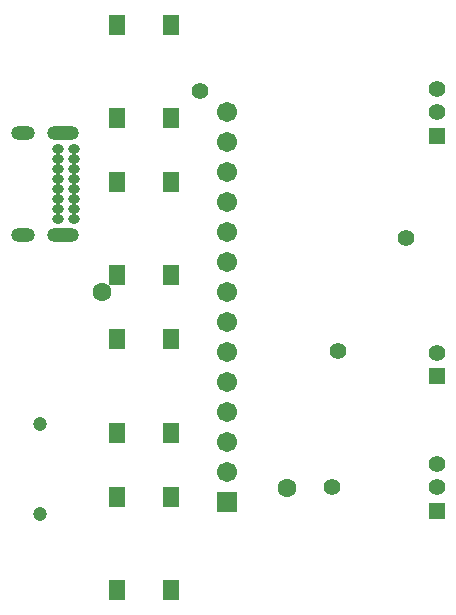
<source format=gbs>
G04*
G04 #@! TF.GenerationSoftware,Altium Limited,Altium Designer,21.6.1 (37)*
G04*
G04 Layer_Color=16711935*
%FSLAX25Y25*%
%MOIN*%
G70*
G04*
G04 #@! TF.SameCoordinates,5EA0F2DE-1706-4193-BDFD-DA62A5601E92*
G04*
G04*
G04 #@! TF.FilePolarity,Negative*
G04*
G01*
G75*
%ADD39C,0.04737*%
%ADD51C,0.05524*%
%ADD52O,0.03950X0.03241*%
%ADD53O,0.10642X0.04737*%
%ADD54O,0.07887X0.04737*%
%ADD55R,0.05524X0.05524*%
%ADD56C,0.06706*%
%ADD57R,0.06706X0.06706*%
%ADD58C,0.06312*%
%ADD71R,0.05524X0.06706*%
D39*
X-62185Y-68841D02*
D03*
X-62185Y-38841D02*
D03*
D51*
X-8900Y72200D02*
D03*
X70000Y-15126D02*
D03*
X70000Y72874D02*
D03*
X70000Y65000D02*
D03*
X70000Y-60000D02*
D03*
X70000Y-52126D02*
D03*
X35100Y-60000D02*
D03*
X37000Y-14600D02*
D03*
X59600Y23100D02*
D03*
D52*
X-50918Y52776D02*
D03*
X-50918Y49429D02*
D03*
X-50918Y46083D02*
D03*
X-50918Y42736D02*
D03*
X-50918Y39390D02*
D03*
X-50918Y36043D02*
D03*
X-50918Y32697D02*
D03*
X-50918Y29350D02*
D03*
X-56231Y29350D02*
D03*
X-56231Y32697D02*
D03*
X-56231Y36043D02*
D03*
X-56231Y39390D02*
D03*
X-56231Y42736D02*
D03*
X-56231Y46083D02*
D03*
X-56231Y49429D02*
D03*
X-56231Y52776D02*
D03*
D53*
X-54775Y58091D02*
D03*
X-54775Y24035D02*
D03*
D54*
X-68082Y24035D02*
D03*
X-68082Y58091D02*
D03*
D55*
X70000Y-23000D02*
D03*
X70000Y57126D02*
D03*
X70000Y-67874D02*
D03*
D56*
X0Y65000D02*
D03*
X0Y55000D02*
D03*
X0Y45000D02*
D03*
X0Y35000D02*
D03*
X0Y25000D02*
D03*
X0Y15000D02*
D03*
X0Y5000D02*
D03*
X0Y-5000D02*
D03*
X0Y-15000D02*
D03*
X0Y-25000D02*
D03*
X0Y-35000D02*
D03*
X0Y-45000D02*
D03*
X0Y-55000D02*
D03*
D57*
X0Y-65000D02*
D03*
D58*
X20000Y-60200D02*
D03*
X-41500Y5000D02*
D03*
D71*
X-36496Y-63189D02*
D03*
X-18622Y-63189D02*
D03*
X-18622Y-94291D02*
D03*
X-36496Y-94291D02*
D03*
X-36496Y-41798D02*
D03*
X-18622Y-41798D02*
D03*
X-18622Y-10695D02*
D03*
X-36496Y-10695D02*
D03*
X-36496Y41798D02*
D03*
X-18622Y41798D02*
D03*
X-18622Y10695D02*
D03*
X-36496Y10695D02*
D03*
X-36496Y63189D02*
D03*
X-18622Y63189D02*
D03*
X-18622Y94291D02*
D03*
X-36496Y94291D02*
D03*
M02*

</source>
